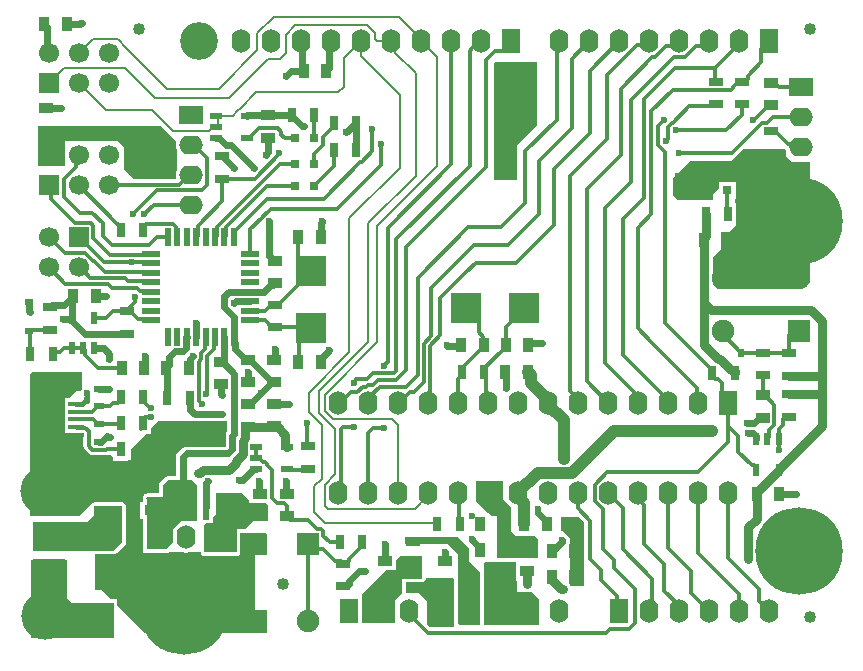
<source format=gtl>
G04*
G04 #@! TF.GenerationSoftware,Altium Limited,Altium Designer,20.1.11 (218)*
G04*
G04 Layer_Physical_Order=1*
G04 Layer_Color=255*
%FSLAX25Y25*%
%MOIN*%
G70*
G04*
G04 #@! TF.SameCoordinates,693C8C31-8EEC-4DF3-A6D9-A21B1C167F78*
G04*
G04*
G04 #@! TF.FilePolarity,Positive*
G04*
G01*
G75*
%ADD10C,0.00787*%
%ADD12C,0.01181*%
%ADD14R,0.02700X0.02200*%
%ADD15R,0.02200X0.02700*%
%ADD16R,0.05118X0.02756*%
%ADD17R,0.02756X0.05118*%
%ADD18R,0.07480X0.07480*%
%ADD19R,0.05512X0.06299*%
%ADD20R,0.05315X0.01575*%
%ADD21R,0.03543X0.02362*%
%ADD22R,0.10236X0.09843*%
%ADD23R,0.09843X0.10236*%
%ADD24R,0.04331X0.02362*%
%ADD25R,0.02362X0.04331*%
%ADD26R,0.02362X0.08661*%
%ADD27R,0.13780X0.08661*%
%ADD28R,0.05906X0.02165*%
%ADD29R,0.02165X0.05906*%
%ADD30R,0.10630X0.07874*%
%ADD31R,0.05118X0.03543*%
%ADD32R,0.03543X0.05118*%
%ADD33R,0.03150X0.03150*%
%ADD34R,0.06299X0.11811*%
%ADD59R,0.07480X0.07480*%
%ADD60C,0.07480*%
%ADD70C,0.04000*%
%ADD71C,0.02362*%
%ADD72C,0.03937*%
%ADD73C,0.03150*%
%ADD74C,0.01575*%
%ADD75O,0.06299X0.07874*%
%ADD76R,0.06299X0.07874*%
%ADD77R,0.06693X0.06693*%
%ADD78C,0.06693*%
%ADD79O,0.07874X0.06299*%
%ADD80R,0.07874X0.06299*%
G04:AMPARAMS|DCode=81|XSize=78.74mil|YSize=47.24mil|CornerRadius=11.81mil|HoleSize=0mil|Usage=FLASHONLY|Rotation=0.000|XOffset=0mil|YOffset=0mil|HoleType=Round|Shape=RoundedRectangle|*
%AMROUNDEDRECTD81*
21,1,0.07874,0.02362,0,0,0.0*
21,1,0.05512,0.04724,0,0,0.0*
1,1,0.02362,0.02756,-0.01181*
1,1,0.02362,-0.02756,-0.01181*
1,1,0.02362,-0.02756,0.01181*
1,1,0.02362,0.02756,0.01181*
%
%ADD81ROUNDEDRECTD81*%
%ADD82C,0.15748*%
%ADD83C,0.12598*%
%ADD84C,0.29134*%
%ADD85C,0.02362*%
G36*
X52462Y166632D02*
X52325Y165591D01*
X52474Y164460D01*
X52658Y164016D01*
Y157165D01*
X52474Y156721D01*
X52325Y155591D01*
X52459Y154570D01*
X52274Y154255D01*
X52094Y154070D01*
X38351D01*
X34941Y157480D01*
Y164370D01*
X35138Y164567D01*
X33071Y166634D01*
X15453D01*
X15256Y166437D01*
Y158563D01*
X6299D01*
Y171293D01*
X6398Y171752D01*
X47343D01*
X52462Y166632D01*
D02*
G37*
G36*
X172638Y172146D02*
X165945Y165453D01*
Y153740D01*
X158366D01*
Y192618D01*
X158563D01*
X159153Y193209D01*
X172638D01*
Y172146D01*
D02*
G37*
G36*
X255512Y163926D02*
Y161713D01*
X257480Y159744D01*
X263779D01*
Y119587D01*
X263287D01*
X261122Y117421D01*
X233071D01*
X231225Y119268D01*
Y123492D01*
X231240Y123606D01*
Y127991D01*
X234154Y130905D01*
Y136417D01*
X236614D01*
X238878Y138681D01*
X238878Y138681D01*
X238976Y138779D01*
X238976Y139140D01*
Y146260D01*
X238681D01*
Y147539D01*
X238878D01*
Y153051D01*
X233366D01*
Y151083D01*
X231496Y149213D01*
Y147186D01*
X231398Y147146D01*
X219783D01*
X218110Y148819D01*
Y154478D01*
X223770Y160138D01*
X237795D01*
Y160367D01*
X241405Y163976D01*
X255491D01*
X255512Y163926D01*
D02*
G37*
G36*
X59252Y52264D02*
X59252Y40256D01*
X54035D01*
X51181Y37402D01*
Y32972D01*
X49290Y31082D01*
X49016Y30807D01*
X48720Y30807D01*
X48720Y30807D01*
X48704Y30709D01*
X42618Y30709D01*
Y47539D01*
X42472Y47685D01*
X42663Y48147D01*
X47940D01*
Y52172D01*
X49705Y53937D01*
X57579D01*
X59252Y52264D01*
D02*
G37*
G36*
X34449Y45079D02*
X34449Y33041D01*
X31624Y30217D01*
X4823Y30217D01*
X4823Y39764D01*
X22835D01*
X25000Y41929D01*
Y45079D01*
X34449Y45079D01*
D02*
G37*
G36*
X76660Y47159D02*
Y46147D01*
X82298D01*
X82972Y45472D01*
Y39961D01*
X77953D01*
X75591Y37598D01*
X72539D01*
Y29667D01*
X72441Y29626D01*
X61713D01*
Y38583D01*
X62402Y39272D01*
X64567D01*
Y41437D01*
X65551Y42421D01*
Y49409D01*
X74410D01*
X76660Y47159D01*
D02*
G37*
G36*
X20965Y84229D02*
X20609Y83697D01*
X20563Y83465D01*
X19193D01*
X16823Y81094D01*
X15193D01*
Y77157D01*
Y74598D01*
Y72039D01*
Y69480D01*
X19054D01*
X19228Y69446D01*
X21315D01*
X21454Y69306D01*
Y65133D01*
X21591Y64442D01*
X21983Y63855D01*
X22539Y63299D01*
Y63189D01*
X22649D01*
X23180Y62658D01*
X23766Y62267D01*
X24458Y62129D01*
X29142D01*
X29348Y62170D01*
X30448D01*
X31299Y61319D01*
Y60236D01*
X36417D01*
Y60433D01*
X37402D01*
Y64075D01*
X42287Y68960D01*
X43899D01*
Y71065D01*
X46358Y73524D01*
X58288D01*
X58521Y73477D01*
X67618D01*
X67851Y73524D01*
X69193D01*
Y69844D01*
X68838Y69313D01*
X68655Y68391D01*
Y65105D01*
X56108D01*
X55186Y64922D01*
X54405Y64400D01*
X53021Y63016D01*
X52499Y62235D01*
X52316Y61313D01*
Y55141D01*
X49705D01*
X49244Y55050D01*
X48853Y54789D01*
X48853Y54789D01*
X47089Y53024D01*
X46828Y52633D01*
X46736Y52172D01*
X46736Y52172D01*
Y49352D01*
X42663D01*
X42203Y49260D01*
X41958Y49097D01*
X41812Y48999D01*
X41551Y48608D01*
X41360Y48146D01*
X41360Y48146D01*
X41268Y47685D01*
X41360Y47225D01*
X41414Y47143D01*
Y46572D01*
X40460D01*
Y40667D01*
X41414D01*
Y30709D01*
X41417Y30691D01*
Y29528D01*
X42502D01*
X42618Y29504D01*
X48704Y29504D01*
X48821Y29528D01*
X50079D01*
Y29667D01*
X54551D01*
X54618Y29639D01*
X55748Y29490D01*
X56879Y29639D01*
X56946Y29667D01*
X60508D01*
Y29626D01*
X60600Y29165D01*
X60861Y28774D01*
X61252Y28513D01*
X61713Y28422D01*
X72441D01*
X72902Y28513D01*
X73000Y28554D01*
X73391Y28815D01*
X73652Y29206D01*
X73744Y29667D01*
Y36122D01*
X82382D01*
X82579Y35704D01*
Y28740D01*
X79257D01*
X78839Y28740D01*
X78740Y28642D01*
X78839Y28543D01*
X78839Y28240D01*
Y10433D01*
X82480D01*
X82579Y10335D01*
Y2854D01*
X42028D01*
X32799Y12083D01*
Y12894D01*
X32731Y13236D01*
Y14016D01*
X32008D01*
X31594Y14098D01*
X30784D01*
X27756Y17126D01*
X25295D01*
Y29012D01*
X31624D01*
X31624Y29012D01*
X32085Y29104D01*
X32399Y29313D01*
X32631D01*
Y29520D01*
X35300Y32190D01*
X35300Y32190D01*
X35561Y32580D01*
X35653Y33041D01*
X35653Y33041D01*
X35653Y43978D01*
X35676Y44094D01*
X35653Y44211D01*
Y45079D01*
X35561Y45540D01*
X35300Y45930D01*
X34910Y46191D01*
X34449Y46283D01*
X34244D01*
X34189Y46320D01*
X33268Y46503D01*
X32346Y46320D01*
X32291Y46283D01*
X30729Y46283D01*
X30118Y46404D01*
X29507Y46283D01*
X25567Y46283D01*
X25197Y46654D01*
X24783Y46240D01*
X24539Y46191D01*
X24148Y45930D01*
X23887Y45540D01*
X23839Y45296D01*
X20472Y41929D01*
X3740D01*
Y88976D01*
X4528Y89764D01*
X20965D01*
X20965Y84229D01*
D02*
G37*
G36*
X161221Y47343D02*
X163976Y44587D01*
Y36614D01*
X165453Y35138D01*
X171949D01*
X173031Y34055D01*
X172933Y33957D01*
Y27657D01*
X165438D01*
X165347Y27670D01*
X165266Y27665D01*
X165186Y27681D01*
X164982D01*
X164370Y27802D01*
X163759Y27681D01*
X160648Y27681D01*
X160531Y27704D01*
X160415Y27681D01*
X159350Y27681D01*
Y41732D01*
X157579D01*
X156673Y42639D01*
Y42840D01*
X156471D01*
X152461Y46850D01*
X152461Y53347D01*
X161221D01*
Y47343D01*
D02*
G37*
G36*
X188484Y39571D02*
Y18446D01*
X188386Y18406D01*
X183893D01*
X183739Y18779D01*
X183563Y19008D01*
X183563Y34547D01*
X182896Y35214D01*
X182703Y35503D01*
X182414Y35696D01*
X181201Y36909D01*
X181161D01*
X180807Y37263D01*
X180807Y40937D01*
X180807Y41437D01*
X180807Y41437D01*
X186619D01*
X188484Y39571D01*
D02*
G37*
G36*
X134350Y28346D02*
Y20819D01*
X127660D01*
Y16046D01*
X125295Y13681D01*
Y6102D01*
X114331D01*
Y15118D01*
X114271D01*
X114271Y15748D01*
X122211Y23687D01*
X125740D01*
Y27217D01*
X126870Y28347D01*
X134350Y28346D01*
D02*
G37*
G36*
X165186Y26476D02*
X165660Y26413D01*
Y20507D01*
X165690D01*
X166043Y20154D01*
X166043Y16437D01*
X168604Y16437D01*
X168670Y16409D01*
X169390Y16315D01*
X170109Y16409D01*
X170176Y16437D01*
X170965D01*
X173228Y14173D01*
Y5413D01*
X155413D01*
X155315Y5512D01*
X155020D01*
Y25976D01*
X155174Y26277D01*
X155373Y26476D01*
X165186Y26476D01*
D02*
G37*
G36*
X149902Y31201D02*
Y26870D01*
X153642Y23130D01*
Y5315D01*
X146916D01*
X146457Y5774D01*
X146457Y29036D01*
X143110Y32382D01*
X128839Y32382D01*
X128839Y34646D01*
X146457D01*
X149902Y31201D01*
D02*
G37*
G36*
X144980Y20750D02*
Y4921D01*
X136846D01*
X135925Y5842D01*
Y13287D01*
X133268Y15945D01*
X128947D01*
X128864Y16046D01*
X128864Y16046D01*
Y19615D01*
X134350D01*
X134811Y19706D01*
X135202Y19967D01*
X135463Y20358D01*
X135555Y20819D01*
Y20965D01*
X144488D01*
X144544Y21021D01*
X144980Y20750D01*
D02*
G37*
G36*
X16142Y14359D02*
X17607Y12894D01*
X31594Y12894D01*
X31594Y984D01*
X4134Y984D01*
X4134Y27264D01*
X16142Y27264D01*
X16142Y14359D01*
D02*
G37*
D10*
X33727Y200052D02*
G03*
X32875Y200724I-3294J-3294D01*
G01*
X34776Y198724D02*
G03*
X33727Y200052I-6185J-3808D01*
G01*
X110039Y140945D02*
X127000Y157905D01*
X96555Y76364D02*
Y82836D01*
X110039Y96320D02*
Y140945D01*
X96555Y82836D02*
X110039Y96320D01*
X98500Y43134D02*
Y51650D01*
X100886Y54035D01*
Y72033D01*
X98500Y43134D02*
X102134Y39500D01*
X138960D02*
X139360Y39100D01*
X102134Y39500D02*
X138960D01*
X127000Y157905D02*
Y182153D01*
X114170Y194983D02*
X127000Y182153D01*
X79000Y183000D02*
X106500D01*
X108359Y184859D02*
Y194359D01*
X106500Y183000D02*
X108359Y184859D01*
X73602Y177602D02*
X79000Y183000D01*
X44500Y177000D02*
X51500Y170000D01*
X63005D01*
X63127Y170122D02*
X63420D01*
X64798Y171500D01*
X63005Y170000D02*
X63127Y170122D01*
X65782Y171500D02*
X66500Y172218D01*
X65782Y175240D02*
X66500Y174522D01*
Y172218D02*
Y174522D01*
X64798Y171500D02*
X65782D01*
X29000Y177000D02*
X44500D01*
X20000Y186000D02*
X29000Y177000D01*
X49400Y184100D02*
X66600D01*
X79500Y197000D02*
Y202690D01*
X66600Y184100D02*
X79500Y197000D01*
Y202690D02*
X84878Y208068D01*
X45500Y181000D02*
X70000D01*
X83000Y194000D02*
X87000D01*
X70000Y181000D02*
X83000Y194000D01*
X87000D02*
X89000Y196000D01*
Y202190D01*
X65782Y175240D02*
X71240D01*
X72672Y176672D01*
Y176910D02*
X73364Y177602D01*
X73602D01*
X72672Y176672D02*
Y176910D01*
X34776Y198724D02*
X34776D01*
X49400Y184100D01*
X35500Y191000D02*
X45500Y181000D01*
X15000Y191000D02*
X35500D01*
X114170Y194983D02*
Y199830D01*
X108359Y194359D02*
X114000Y200000D01*
Y200000D02*
X114170Y199830D01*
X114000Y200000D02*
Y200000D01*
X96555Y76364D02*
X100886Y72033D01*
X132283Y155217D02*
Y189272D01*
X124000Y197828D02*
Y200000D01*
Y197828D02*
X125470Y196358D01*
Y196085D02*
Y196358D01*
Y196085D02*
X132283Y189272D01*
X116437Y139370D02*
X132283Y155217D01*
X116437Y99934D02*
Y139370D01*
X99980Y83477D02*
X116437Y99934D01*
X119488Y138583D02*
X139272Y158366D01*
X134000Y200000D02*
X139272Y194728D01*
Y158366D02*
Y194728D01*
X119488Y99702D02*
Y138583D01*
X101949Y82163D02*
X119488Y99702D01*
X101868Y45180D02*
Y52234D01*
X131949Y44185D02*
X136476Y48713D01*
X101868Y45180D02*
X102864Y44185D01*
X131949D01*
X105315Y55681D02*
Y70687D01*
X101868Y52234D02*
X105315Y55681D01*
X101368Y74634D02*
X105315Y70687D01*
X102868Y75918D02*
X104601Y74185D01*
X118352D01*
X101368Y74634D02*
Y74634D01*
X99980Y76023D02*
X101368Y74634D01*
X101949Y76838D02*
Y82163D01*
Y76838D02*
X102868Y75918D01*
Y75918D02*
Y75918D01*
X24724Y200724D02*
X32875D01*
X10000Y186000D02*
X15000Y191000D01*
X119219Y200000D02*
X124000D01*
X118528Y200692D02*
X119219Y200000D01*
X118528Y200692D02*
Y202663D01*
X115875Y205315D02*
X118528Y202663D01*
X92125Y205315D02*
X115875D01*
X89000Y202190D02*
X92125Y205315D01*
X99980Y76023D02*
Y83477D01*
X126719Y208068D02*
X134000Y200787D01*
X84878Y208068D02*
X126719D01*
X20000Y196000D02*
X24724Y200724D01*
X118367Y74200D02*
X124300D01*
X118352Y74185D02*
X118367Y74200D01*
X124300D02*
X126300Y72200D01*
Y49676D02*
Y72200D01*
Y49676D02*
X126476Y49500D01*
X136476Y48713D02*
Y49500D01*
D12*
X226181Y56299D02*
X236476Y66594D01*
Y71827D02*
Y79500D01*
Y66594D02*
Y71827D01*
X196085Y56299D02*
X226181D01*
X239764Y63178D02*
X244185Y58757D01*
X236441Y71827D02*
X239764Y68504D01*
X236441Y71827D02*
Y71874D01*
X239764Y63178D02*
Y68504D01*
X245760Y57182D02*
Y58166D01*
X245169Y58757D02*
X245760Y58166D01*
X244185Y58757D02*
X245169D01*
X129035Y131398D02*
X155610Y157972D01*
Y193610D02*
X158653Y196653D01*
X155610Y157972D02*
Y193610D01*
X132874Y121260D02*
X149606Y137992D01*
X160827D02*
X168799Y145965D01*
X149606Y137992D02*
X160827D01*
X137402Y117913D02*
X151575Y132087D01*
X162894D02*
X173327Y142520D01*
X151575Y132087D02*
X162894D01*
X132874Y88674D02*
Y121260D01*
X179331Y199331D02*
X180000Y200000D01*
X168799Y163386D02*
X179331Y173917D01*
Y199331D01*
X168799Y145965D02*
Y163386D01*
X173327Y142520D02*
Y160138D01*
X184252Y171063D01*
Y194252D01*
X178347Y138779D02*
Y157382D01*
X190256Y169291D01*
Y190256D01*
X165806Y126239D02*
X178347Y138779D01*
X183661Y83454D02*
Y155020D01*
X196063Y167421D02*
Y188681D01*
X183661Y155020D02*
X196063Y167421D01*
X186476Y79500D02*
Y80639D01*
X183661Y83454D02*
X186476Y80639D01*
X184252Y194252D02*
X190000Y200000D01*
X190256Y190256D02*
X200000Y200000D01*
X121800Y91900D02*
Y92049D01*
X122933Y93182D01*
Y137894D01*
X111700Y86200D02*
Y86520D01*
X112392Y87212D01*
Y87300D01*
X116100D01*
X118100Y89300D01*
X125095D01*
X206201Y104527D02*
Y137697D01*
Y104527D02*
X210827Y99902D01*
Y142323D02*
Y176673D01*
X206201Y137697D02*
X210827Y142323D01*
X201181Y95583D02*
X216476Y80287D01*
X201181Y140847D02*
X208268Y147933D01*
X201181Y95583D02*
Y140847D01*
X195276Y92815D02*
X206476Y81614D01*
X195276Y144488D02*
X203937Y153150D01*
Y180413D01*
X195276Y92815D02*
Y144488D01*
X189272Y86705D02*
Y150787D01*
X200591Y162106D02*
Y184252D01*
X189272Y150787D02*
X200591Y162106D01*
X148998Y123031D02*
X152206Y126239D01*
X165806D01*
X148998Y123031D02*
X148998D01*
X137402Y101785D02*
Y117913D01*
X140354Y114388D02*
X148998Y123031D01*
X215496Y106145D02*
X231160Y90481D01*
X213091Y165574D02*
X215496Y163169D01*
Y106145D02*
Y163169D01*
X210827Y176673D02*
X217938Y183784D01*
X215158Y173914D02*
Y173917D01*
X213091Y171847D02*
X215158Y173914D01*
X213091Y165574D02*
Y171847D01*
X210827Y99803D02*
Y99902D01*
X208268Y147933D02*
Y180610D01*
X216476Y79500D02*
Y80287D01*
X206476Y79500D02*
Y81614D01*
X203937Y180413D02*
X218209Y194685D01*
X200591Y184252D02*
X211024Y194685D01*
X196063Y188681D02*
X205998Y198617D01*
X189272Y86705D02*
X196476Y79500D01*
X211024Y194685D02*
X211875D01*
X215698Y198507D01*
X218508D01*
X208617Y198617D02*
X210000Y200000D01*
X205998Y198617D02*
X208617D01*
X122933Y137894D02*
X144000Y158961D01*
Y200000D01*
X125787Y89992D02*
Y134055D01*
X150295Y158563D02*
Y196936D01*
X125787Y134055D02*
X150295Y158563D01*
X125095Y89300D02*
X125787Y89992D01*
X125825Y87246D02*
X129035Y90456D01*
X119762Y87246D02*
X125825D01*
X129035Y90456D02*
Y131398D01*
X150987Y197628D02*
X151030D01*
X153402Y200000D02*
X154000D01*
X151030Y197628D02*
X153402Y200000D01*
X150295Y196936D02*
X150987Y197628D01*
X158653Y196653D02*
X161441D01*
X218209Y194685D02*
X221875D01*
X218657Y191000D02*
X232000D01*
X208268Y180610D02*
X218657Y191000D01*
X239819Y186540D02*
X242181D01*
X238000Y184476D02*
Y184721D01*
X237308Y183784D02*
X238000Y184476D01*
X217938Y183784D02*
X237308D01*
X210827Y99803D02*
X226113Y84517D01*
X218012Y172933D02*
X223379Y178300D01*
X217838Y172933D02*
X218012D01*
X216339Y171434D02*
X217838Y172933D01*
X223379Y178300D02*
X231640D01*
X216339Y167323D02*
Y171434D01*
X215650Y166634D02*
X216339Y167323D01*
X219882Y162894D02*
X237768D01*
X226113Y79863D02*
X226476Y79500D01*
X226113Y79863D02*
Y84517D01*
X231160Y89300D02*
Y90481D01*
X137000Y98600D02*
X140354Y101954D01*
Y114388D01*
X134843Y99226D02*
X137402Y101785D01*
X131539Y83249D02*
X134843Y86553D01*
Y99226D01*
X129100Y84900D02*
X132874Y88674D01*
X120571Y158858D02*
Y165748D01*
X105905Y144193D02*
X120571Y158858D01*
X84055Y144193D02*
X105905D01*
X117815Y163289D02*
Y170669D01*
X114194Y159669D02*
X117815Y163289D01*
X90381Y40479D02*
X96232D01*
X99197Y37513D01*
X100669D02*
X101476Y36706D01*
Y35234D02*
Y36706D01*
Y35234D02*
X103710Y33000D01*
X99197Y37513D02*
X100669D01*
X59941Y80118D02*
X61024Y79035D01*
X59941Y80118D02*
Y93231D01*
X62500Y82579D02*
X62697Y82776D01*
X59941Y93231D02*
X60728Y94019D01*
X62697Y82776D02*
Y95216D01*
X64862Y97382D01*
X60728Y96032D02*
X62152Y97456D01*
X60728Y94019D02*
Y96032D01*
X236024Y142913D02*
X236417Y142520D01*
X236024Y150197D02*
X236122Y150295D01*
X236024Y142913D02*
Y150197D01*
X232405Y103342D02*
X233608D01*
X256700Y102047D02*
X257995Y103342D01*
X256700Y96040D02*
Y102047D01*
X240700Y96000D02*
Y96250D01*
X233608Y103342D02*
X240700Y96250D01*
X247950Y96090D02*
X256650D01*
X247900Y96140D02*
X247950Y96090D01*
X256650D02*
X256700Y96040D01*
X234283Y81693D02*
Y86177D01*
X233128Y87331D02*
X234283Y86177D01*
X231947Y87331D02*
X233128D01*
X230658Y88621D02*
X231947Y87331D01*
X234283Y81693D02*
X236476Y79500D01*
X26800Y78294D02*
X30343D01*
X19031Y76567D02*
X24482D01*
X26209Y78294D02*
X26800D01*
X24482Y76567D02*
X26209Y78294D01*
X19031Y74008D02*
X24602D01*
X26209Y72400D01*
X33560D01*
X96161Y65158D02*
X96358Y64961D01*
X96161Y65158D02*
Y72835D01*
X107283Y50307D02*
Y70784D01*
X106476Y49500D02*
X107283Y50307D01*
Y70784D02*
X108100Y71600D01*
X186221Y44390D02*
Y49244D01*
X190354Y27461D02*
Y40256D01*
X186221Y44390D02*
X190354Y40256D01*
X191949Y46811D02*
X194783Y43977D01*
Y30709D02*
X198327Y27165D01*
X194783Y30709D02*
Y43977D01*
X196476Y49500D02*
X201378Y44598D01*
Y30610D02*
X211122Y20866D01*
X201378Y30610D02*
Y44598D01*
X208465Y32283D02*
X215059Y25689D01*
X206476Y47450D02*
Y49500D01*
Y47450D02*
X208465Y45462D01*
Y32283D02*
Y45462D01*
X219331Y10240D02*
Y12657D01*
X215059Y16929D02*
Y25689D01*
Y16929D02*
X219331Y12657D01*
X224058Y15943D02*
Y23482D01*
X216476Y31063D02*
Y49500D01*
Y31063D02*
X224058Y23482D01*
Y15943D02*
X230000Y10000D01*
X226476Y29429D02*
X240000Y15905D01*
X226476Y29429D02*
Y49500D01*
X236476Y27697D02*
X246779Y17394D01*
X236476Y27697D02*
Y49500D01*
X250000Y10000D02*
Y10328D01*
X246779Y13548D02*
X250000Y10328D01*
X246779Y13548D02*
Y17394D01*
X210000Y10000D02*
X210979Y10979D01*
Y15313D01*
X211122Y15455D01*
X193996Y20441D02*
X199420Y15017D01*
X193996Y20441D02*
Y23819D01*
X199420Y10580D02*
X200000Y10000D01*
X199420Y10580D02*
Y15017D01*
X198327Y24409D02*
X205217Y17520D01*
X198327Y24409D02*
Y27165D01*
X195754Y2900D02*
X197050Y4196D01*
X203231D01*
X205217Y6181D01*
Y17520D01*
X190354Y27461D02*
X193996Y23819D01*
X211122Y15455D02*
Y20866D01*
X186221Y49244D02*
X186476Y49500D01*
X191949Y52163D02*
X196085Y56299D01*
X136313Y2900D02*
X195754D01*
X191949Y46811D02*
Y52163D01*
X240000Y10000D02*
Y15905D01*
X15276Y129394D02*
X22086D01*
X28756Y123130D02*
X43799D01*
X25045Y126841D02*
X28756Y123130D01*
X24640Y126841D02*
X25045D01*
X22086Y129394D02*
X24640Y126841D01*
X29823Y119193D02*
X31102Y117913D01*
X15477Y119193D02*
X29823D01*
X39187Y117913D02*
X40240Y116860D01*
X31102Y117913D02*
X39187D01*
X24213Y142913D02*
X27854Y139272D01*
X20276Y142913D02*
X24213D01*
X15100Y148089D02*
X20276Y142913D01*
X15100Y148089D02*
Y154000D01*
X27854Y135138D02*
Y139272D01*
Y135138D02*
X30992Y132000D01*
X43334D01*
X20000Y152000D02*
X20000D01*
X32831Y139169D01*
X33132D01*
X33920Y138381D01*
Y137200D02*
Y138381D01*
X59547Y135138D02*
Y138501D01*
X67700Y146653D02*
Y154260D01*
X59055Y134646D02*
X59547Y135138D01*
Y138501D02*
X67700Y146653D01*
X82521Y142659D02*
X84055Y144193D01*
X101302Y165554D02*
Y168253D01*
X98350Y159000D02*
Y162602D01*
X101302Y165554D01*
Y168253D02*
X103881Y170832D01*
X104072D01*
X104860Y171619D01*
Y172800D01*
X98450Y151900D02*
X104960Y158410D01*
X82776Y147539D02*
X101575D01*
X113704Y159669D02*
X114194D01*
X101575Y147539D02*
X113704Y159669D01*
X72244Y137008D02*
X82776Y147539D01*
X71653Y136516D02*
X72146Y137008D01*
X71653Y134646D02*
Y136516D01*
X72146Y137008D02*
X72244D01*
X65847Y137972D02*
X86874Y159000D01*
X68996Y135138D02*
Y138080D01*
X65847Y135138D02*
Y137972D01*
X82816Y151900D02*
X92150D01*
X68996Y138080D02*
X82816Y151900D01*
X86874Y159000D02*
X92050D01*
X77165Y129134D02*
Y137303D01*
X80941Y141079D01*
Y141160D02*
X82440Y142659D01*
X82521D01*
X80941Y141079D02*
Y141160D01*
X82677Y58760D02*
X84337Y57100D01*
X82677Y58760D02*
Y59035D01*
X84337Y47724D02*
Y57100D01*
X81870Y59842D02*
X82677Y59035D01*
X81299Y59842D02*
X81870D01*
X78682Y61000D02*
X80142D01*
X81299Y59842D01*
X79134Y61024D02*
Y64764D01*
X37795Y126279D02*
X43799D01*
X28390D02*
X37795D01*
X45987Y150295D02*
X61021D01*
X57480Y165591D02*
X58268D01*
X62795Y161063D01*
Y152070D02*
Y161063D01*
X61021Y150295D02*
X62795Y152070D01*
X38091Y142399D02*
X45987Y150295D01*
X30000Y152000D02*
X30264Y152264D01*
X56693Y155591D02*
X57480D01*
X38091Y142323D02*
Y142399D01*
X30264Y152264D02*
X53366D01*
X56693Y155591D01*
X43799Y126279D02*
X44094Y125984D01*
X30380Y128839D02*
X43799D01*
X24724Y134495D02*
X30380Y128839D01*
X43799D02*
X44094Y129134D01*
X20221Y124670D02*
X23730Y121161D01*
X10000Y124670D02*
X15477Y119193D01*
X20000Y124670D02*
X20221D01*
X23730Y121161D02*
X35236D01*
X43799Y123130D02*
X44094Y122835D01*
X35236Y121161D02*
X36220Y120177D01*
X43602D01*
X44902Y145591D02*
X57480D01*
X41732Y142421D02*
X44902Y145591D01*
X38780Y113066D02*
Y114665D01*
X35827Y110113D02*
X38780Y113066D01*
X29142Y63935D02*
X29183Y63976D01*
X19228Y71252D02*
X22063D01*
X23260Y70055D01*
X24458Y63935D02*
X29142D01*
X29183Y63976D02*
X33858D01*
X19031Y71449D02*
X19228Y71252D01*
X23260Y65133D02*
Y70055D01*
Y65133D02*
X24458Y63935D01*
X235774Y170374D02*
X241000Y175600D01*
X218898Y170374D02*
X235774D01*
X237768Y162894D02*
X247670Y172796D01*
X231640Y178300D02*
X232400Y179060D01*
X20000Y134670D02*
X28390Y126279D01*
X35827Y110113D02*
X35900Y110040D01*
X78548Y154260D02*
X86700Y162412D01*
X67700Y154260D02*
X78548D01*
X86700Y162412D02*
Y162800D01*
X147660Y90981D02*
X154750Y98071D01*
X148954Y111000D02*
X153285Y106669D01*
Y103005D02*
Y106669D01*
Y103005D02*
X154750Y101539D01*
Y98071D02*
Y101539D01*
X147660Y89800D02*
Y90981D01*
X146476Y79500D02*
Y87435D01*
X147660Y88619D01*
Y89800D01*
X232000Y186940D02*
X232400Y186540D01*
X232000Y186940D02*
Y191000D01*
X240000Y199000D02*
Y200000D01*
X232000Y191000D02*
X240000Y199000D01*
X218508Y198507D02*
X220000Y200000D01*
X247900Y81940D02*
Y88660D01*
Y81940D02*
X248687D01*
X249500Y67418D02*
X250091Y68009D01*
Y70371D01*
X253240Y70737D02*
X254731Y72228D01*
Y74072D01*
X248687Y81940D02*
X251837Y78790D01*
X253240Y67418D02*
Y70737D01*
X254731Y74072D02*
X255519Y74860D01*
X250091Y70371D02*
X251837Y72117D01*
Y78790D01*
X255519Y74860D02*
X256700D01*
X24724Y134495D02*
Y138587D01*
X23917Y139394D02*
X24724Y138587D01*
X18806Y139394D02*
X23917D01*
X10626Y147574D02*
X18806Y139394D01*
X19112Y158012D02*
Y161112D01*
X20000Y162000D01*
X15100Y154000D02*
X19112Y158012D01*
X40240Y116860D02*
X43770D01*
X44094Y116535D01*
X43602Y120177D02*
X44094Y119685D01*
X84337Y47724D02*
X86070Y45990D01*
X88413D02*
X89200Y45203D01*
X86070Y45990D02*
X88413D01*
X10000Y152000D02*
X10626Y151374D01*
Y147574D02*
Y151374D01*
X45980Y134646D02*
X49606D01*
X43334Y132000D02*
X45980Y134646D01*
X13698Y96498D02*
X14900Y97700D01*
X11240Y95800D02*
X11938Y96498D01*
X21300Y97682D02*
X21891Y97091D01*
X17542Y97700D02*
X17560Y97682D01*
X21891Y95536D02*
Y97091D01*
X14900Y97700D02*
X17542D01*
X21891Y95536D02*
X26427Y91000D01*
X11938Y96498D02*
X13698D01*
X26427Y91000D02*
X34300D01*
X96358Y32395D02*
X97939Y30815D01*
X107313Y26628D02*
X108100Y25840D01*
X97939Y30815D02*
X101178D01*
X105365Y26628D02*
X107313D01*
X101178Y30815D02*
X105365Y26628D01*
X96358Y6805D02*
Y32395D01*
X64862Y97382D02*
Y101083D01*
X65354Y101575D01*
X62152Y97456D02*
Y101522D01*
X62205Y101575D01*
X43982Y74669D02*
X44000Y74650D01*
X41340Y80119D02*
Y81300D01*
Y80119D02*
X43433Y78026D01*
X43774D01*
X44000Y77800D01*
X41340Y72700D02*
Y73881D01*
X42128Y74669D01*
X43982D01*
X33560Y72400D02*
X33860Y72700D01*
X3250Y103400D02*
X3450D01*
X3760Y95800D02*
Y102891D01*
X3250Y103400D02*
X3760Y102891D01*
X3200Y103400D02*
X3250D01*
X17560Y97682D02*
X21300D01*
X95780Y57240D02*
X95800Y57220D01*
X88938Y57240D02*
X95780D01*
X88918Y57260D02*
X88938Y57240D01*
X3970Y103920D02*
X10400D01*
X3450Y103400D02*
X3970Y103920D01*
X104960Y158410D02*
Y163800D01*
X98350Y167700D02*
X98395Y167745D01*
Y175555D01*
X98440Y175600D01*
X88704Y167700D02*
X92050D01*
X87467Y168937D02*
X88704Y167700D01*
X87467Y168937D02*
Y169772D01*
X86230Y171010D02*
X87467Y169772D01*
X79952Y171010D02*
X86230D01*
X77002Y168060D02*
X79952Y171010D01*
X76018Y168060D02*
X77002D01*
X241000Y175600D02*
Y179060D01*
X221875Y194685D02*
X225548Y198357D01*
X228358D01*
X130000Y9213D02*
Y10000D01*
Y9213D02*
X136313Y2900D01*
X137000Y80024D02*
Y98600D01*
X136476Y79500D02*
X137000Y80024D01*
X161441Y196653D02*
X164000Y199213D01*
Y200000D01*
X114601Y84815D02*
X115696D01*
X116212Y85331D02*
X117848D01*
X119762Y87246D01*
X115696Y84815D02*
X116212Y85331D01*
X253220Y63780D02*
X253300Y63700D01*
X253220Y67398D02*
X253240Y67418D01*
X253220Y63780D02*
Y67398D01*
X251246Y174646D02*
X260630D01*
X249396Y172796D02*
X251246Y174646D01*
X247670Y172796D02*
X249396D01*
X244800Y173800D02*
X245053D01*
X250013Y178760D01*
X250800D01*
X120200Y84900D02*
X129100D01*
X116476Y79500D02*
Y81176D01*
X120200Y84900D01*
X118000Y71200D02*
X121800D01*
X116400Y68600D02*
Y69600D01*
X118000Y71200D01*
X116400Y68600D02*
X116476Y68524D01*
Y49500D02*
Y68524D01*
X108100Y71600D02*
X111600D01*
X106476Y79500D02*
X107074D01*
X110615Y83041D01*
X112827D01*
X114601Y84815D01*
X130474Y83249D02*
X131539D01*
X126476Y79500D02*
X126725D01*
X130474Y83249D01*
X228358Y198357D02*
X230000Y200000D01*
X93260Y100871D02*
X97049Y104660D01*
X93260Y93000D02*
Y100871D01*
X93160Y127643D02*
Y134900D01*
Y127643D02*
X97203Y123600D01*
X40553Y70732D02*
X41340Y71519D01*
Y72700D01*
X85200Y104660D02*
X97049D01*
X77165Y107087D02*
X81890D01*
X83232Y105745D01*
Y105447D02*
Y105745D01*
Y105447D02*
X84019Y104660D01*
X85200D01*
Y112140D02*
X86381D01*
X92872Y118631D01*
Y119269D01*
X97203Y123600D01*
X77165Y110236D02*
X82115D01*
X84019Y112140D01*
X85200D01*
X68504Y134646D02*
X68996Y135138D01*
X65354Y134646D02*
X65847Y135138D01*
X42187Y138976D02*
X51260D01*
X52264Y135138D02*
X52756Y134646D01*
X41400Y137200D02*
Y138189D01*
X52264Y135138D02*
Y137972D01*
X51260Y138976D02*
X52264Y137972D01*
X41400Y138189D02*
X42187Y138976D01*
X10000Y134670D02*
X15276Y129394D01*
X31236Y110040D02*
X35900D01*
X29114Y107918D02*
X31236Y110040D01*
X25040Y107918D02*
X29114D01*
X35900Y110040D02*
X37081D01*
X39542Y107579D01*
X43602D01*
X44094Y107087D01*
X30343Y78294D02*
X31380Y79331D01*
X33072D01*
X33860Y80119D01*
Y81300D01*
X89200Y41660D02*
Y45203D01*
X103710Y33000D02*
X106860D01*
X89200Y41660D02*
X90381Y40479D01*
X114340Y31819D02*
Y33000D01*
X110069Y27547D02*
X114340Y31819D01*
X110069Y26628D02*
Y27547D01*
X109281Y25840D02*
X110069Y26628D01*
X108100Y25840D02*
X109281D01*
X247830Y96070D02*
X247900Y96140D01*
X240770Y96070D02*
X247830D01*
X240700Y96000D02*
X240770Y96070D01*
X253182Y184646D02*
X260630D01*
X251587Y186240D02*
X253182Y184646D01*
X250800Y186240D02*
X251587D01*
X250800Y170040D02*
X251981D01*
X256396Y165625D01*
X259651D01*
X260630Y164646D01*
X162320Y97913D02*
Y98700D01*
X155140Y90981D02*
X160890Y96732D01*
X162320Y104877D02*
X168246Y110803D01*
X160890Y96732D02*
X161139D01*
X162320Y98700D02*
Y104877D01*
X161139Y96732D02*
X162320Y97913D01*
X168246Y110803D02*
Y111000D01*
X146476Y49500D02*
X146658Y49318D01*
Y39282D02*
Y49318D01*
Y39282D02*
X146840Y39100D01*
X242181Y186540D02*
X242969Y187328D01*
Y188509D01*
X247441Y192981D01*
Y197441D01*
X250000Y200000D01*
X238000Y184721D02*
X239819Y186540D01*
X155140Y89800D02*
Y90981D01*
X155808Y80168D02*
X156476Y79500D01*
X155808Y80168D02*
Y89132D01*
X155140Y89800D02*
X155808Y89132D01*
D14*
X3200Y103400D02*
D03*
Y113000D02*
D03*
D15*
X231100Y96000D02*
D03*
X240700D02*
D03*
D16*
X131400Y18260D02*
D03*
Y25740D02*
D03*
Y33240D02*
D03*
Y25760D02*
D03*
X247900Y88660D02*
D03*
Y96140D02*
D03*
X96358Y57480D02*
D03*
Y64961D02*
D03*
X256700Y82340D02*
D03*
Y74860D02*
D03*
X108100Y25840D02*
D03*
Y18360D02*
D03*
X256700Y88560D02*
D03*
Y96040D02*
D03*
X10400Y103920D02*
D03*
Y111400D02*
D03*
X250800Y162560D02*
D03*
Y170040D02*
D03*
X232400Y186540D02*
D03*
Y179060D02*
D03*
X241000Y186540D02*
D03*
Y179060D02*
D03*
X85200Y104660D02*
D03*
Y112140D02*
D03*
X35900Y110040D02*
D03*
Y102560D02*
D03*
X67700Y154260D02*
D03*
Y161740D02*
D03*
D17*
X49460Y81200D02*
D03*
X56940D02*
D03*
X114340Y33000D02*
D03*
X106860D02*
D03*
X3760Y95800D02*
D03*
X11240D02*
D03*
X236417Y142520D02*
D03*
X228937D02*
D03*
X155140Y89800D02*
D03*
X147660D02*
D03*
X90960Y175600D02*
D03*
X98440D02*
D03*
X231160Y89300D02*
D03*
X238640D02*
D03*
X146840Y39100D02*
D03*
X139360D02*
D03*
X33858Y63976D02*
D03*
X41339D02*
D03*
X41340Y72700D02*
D03*
X33860D02*
D03*
Y81300D02*
D03*
X41340D02*
D03*
X41400Y137200D02*
D03*
X33920D02*
D03*
X104960Y163800D02*
D03*
X112440D02*
D03*
X104860Y172800D02*
D03*
X112340D02*
D03*
D18*
X8500Y78732D02*
D03*
Y69283D02*
D03*
X96358Y32395D02*
D03*
D19*
X18146Y61409D02*
D03*
Y86606D02*
D03*
D20*
X19031Y68890D02*
D03*
Y71449D02*
D03*
Y74008D02*
D03*
Y76567D02*
D03*
Y79126D02*
D03*
D21*
X26800Y66495D02*
D03*
Y72400D02*
D03*
Y84200D02*
D03*
Y78294D02*
D03*
D22*
X97400Y104309D02*
D03*
Y123600D02*
D03*
D23*
X168246Y111000D02*
D03*
X148954D02*
D03*
D24*
X89370Y57284D02*
D03*
Y64764D02*
D03*
X79134Y57284D02*
D03*
Y61024D02*
D03*
Y64764D02*
D03*
X65782Y175240D02*
D03*
Y171500D02*
D03*
Y167760D02*
D03*
X76018Y175240D02*
D03*
Y167760D02*
D03*
D25*
X253240Y67418D02*
D03*
X249500D02*
D03*
X245760D02*
D03*
X253240Y57182D02*
D03*
X245760D02*
D03*
X17560Y97682D02*
D03*
X21300D02*
D03*
X25040D02*
D03*
X17560Y107918D02*
D03*
X25040D02*
D03*
D26*
X52205Y44783D02*
D03*
X57205D02*
D03*
X62205D02*
D03*
X67205D02*
D03*
X72205D02*
D03*
D27*
X62205Y69193D02*
D03*
D28*
X77165Y107087D02*
D03*
Y110236D02*
D03*
Y113386D02*
D03*
Y116535D02*
D03*
Y119685D02*
D03*
Y122835D02*
D03*
Y125984D02*
D03*
Y129134D02*
D03*
X44094D02*
D03*
Y125984D02*
D03*
Y122835D02*
D03*
Y119685D02*
D03*
Y116535D02*
D03*
Y113386D02*
D03*
Y110236D02*
D03*
Y107087D02*
D03*
D29*
X71653Y134646D02*
D03*
X68504D02*
D03*
X65354D02*
D03*
X62205D02*
D03*
X59055D02*
D03*
X55905D02*
D03*
X52756D02*
D03*
X49606D02*
D03*
Y101575D02*
D03*
X52756D02*
D03*
X55905D02*
D03*
X59055D02*
D03*
X62205D02*
D03*
X65354D02*
D03*
X68504D02*
D03*
X71653D02*
D03*
D30*
X10100Y23302D02*
D03*
Y35900D02*
D03*
D31*
X169400Y23460D02*
D03*
Y30940D02*
D03*
X76300Y71560D02*
D03*
Y79040D02*
D03*
X89200Y49140D02*
D03*
Y41660D02*
D03*
X247900Y74460D02*
D03*
Y81940D02*
D03*
X85100Y79100D02*
D03*
Y71620D02*
D03*
X83100Y167860D02*
D03*
Y175340D02*
D03*
X44200Y43620D02*
D03*
Y51100D02*
D03*
X142100Y26640D02*
D03*
Y19160D02*
D03*
X122000Y26640D02*
D03*
Y19160D02*
D03*
X80400Y41620D02*
D03*
Y49100D02*
D03*
X250800Y186240D02*
D03*
Y178760D02*
D03*
X9100Y177740D02*
D03*
Y170260D02*
D03*
X67224Y85728D02*
D03*
Y93209D02*
D03*
X85200Y126840D02*
D03*
Y119360D02*
D03*
X76378Y86417D02*
D03*
Y93898D02*
D03*
X85100Y86320D02*
D03*
Y93800D02*
D03*
D32*
X177560Y21300D02*
D03*
X185040D02*
D03*
X228460Y133800D02*
D03*
X235940D02*
D03*
X41780Y91000D02*
D03*
X34300D02*
D03*
X25540Y115100D02*
D03*
X18060D02*
D03*
X253340Y49000D02*
D03*
X245860D02*
D03*
X162320Y98700D02*
D03*
X169800D02*
D03*
X147420D02*
D03*
X154900D02*
D03*
X175980Y39100D02*
D03*
X168500D02*
D03*
X153720D02*
D03*
X161200D02*
D03*
X161200Y30300D02*
D03*
X153720D02*
D03*
X94960Y190200D02*
D03*
X102440D02*
D03*
X162060Y89800D02*
D03*
X169540D02*
D03*
X185040Y30200D02*
D03*
X177560D02*
D03*
X15840Y205700D02*
D03*
X8360D02*
D03*
X157840Y19900D02*
D03*
X150360D02*
D03*
X93060Y93100D02*
D03*
X100540D02*
D03*
X93160Y134900D02*
D03*
X100640D02*
D03*
X56540Y91000D02*
D03*
X49060D02*
D03*
D33*
X98450Y151900D02*
D03*
X92150D02*
D03*
X98350Y159000D02*
D03*
X92050D02*
D03*
X98350Y167700D02*
D03*
X92050D02*
D03*
X236122Y150295D02*
D03*
X229823D02*
D03*
D34*
X28400Y23071D02*
D03*
Y6929D02*
D03*
X28300Y36400D02*
D03*
Y52542D02*
D03*
D59*
X260138Y103347D02*
D03*
D60*
X96358Y6805D02*
D03*
X78642D02*
D03*
Y32395D02*
D03*
X234547Y103347D02*
D03*
Y121063D02*
D03*
X260138D02*
D03*
D70*
X40000Y204000D02*
D03*
X263700Y8000D02*
D03*
X263701Y204000D02*
D03*
X87900Y19200D02*
D03*
D71*
X242717Y72638D02*
X244998D01*
X247360Y75000D01*
X245760Y67418D02*
Y68402D01*
X244576Y69587D02*
X245760Y68402D01*
X243001Y69587D02*
X244576D01*
X90790Y190200D02*
X94960D01*
X88976Y188386D02*
X90790Y190200D01*
X58521Y75886D02*
X67618D01*
X57137Y77270D02*
X58521Y75886D01*
X57137Y77270D02*
Y81003D01*
X68405Y92618D02*
X71772Y89251D01*
Y69100D02*
Y89251D01*
X68405Y92618D02*
Y93012D01*
X71063Y68391D02*
X71772Y69100D01*
X56940Y81200D02*
X57137Y81003D01*
X71063Y64047D02*
Y68391D01*
X69713Y62697D02*
X71063Y64047D01*
X56108Y62697D02*
X69713D01*
X54724Y61313D02*
X56108Y62697D01*
X54724Y51673D02*
Y61313D01*
X67224Y82368D02*
X67524Y82069D01*
X67224Y82368D02*
Y85728D01*
X76378Y86417D02*
Y89665D01*
X76178Y86217D02*
X76378Y86417D01*
X77972Y92661D02*
X84313Y86320D01*
X77972Y92661D02*
Y92816D01*
X76987Y93800D02*
X77972Y92816D01*
X72342Y113287D02*
X77067D01*
X71752Y112697D02*
X72342Y113287D01*
X85200Y79200D02*
X90100D01*
X85100Y79100D02*
X85200Y79200D01*
X156225Y25295D02*
X156545D01*
X68922Y165604D02*
X70557D01*
X66766Y167760D02*
X68922Y165604D01*
X72228Y163796D02*
Y163934D01*
X70557Y165604D02*
X72228Y163934D01*
Y163796D02*
X78347Y157677D01*
X65782Y167760D02*
X66766D01*
X62205Y44783D02*
Y52835D01*
X62897Y53527D01*
X85000Y93900D02*
X85200Y94100D01*
X177760Y30000D02*
X181000Y33240D01*
X142000Y26740D02*
X142126Y26866D01*
X74790Y53924D02*
X78150Y57284D01*
X79134D01*
X73452Y53924D02*
X74790D01*
X68209Y93209D02*
X68405Y93012D01*
X68425Y111465D02*
Y114955D01*
X69907Y116437D02*
X74563D01*
X68425Y114955D02*
X69907Y116437D01*
X74563D02*
X74563Y116437D01*
X75394D01*
X75492Y116535D01*
X81588D01*
X83822Y118769D01*
X84609D01*
X85200Y119360D01*
X68425Y111465D02*
X71653Y108236D01*
Y101575D02*
Y108236D01*
X77067Y113287D02*
X77165Y113386D01*
X76200Y93898D02*
X76378D01*
X75590D02*
X76200D01*
Y93800D02*
Y93898D01*
Y93800D02*
X76987D01*
X71653Y99705D02*
Y101575D01*
X71949Y97539D02*
X75590Y93898D01*
X71949Y97539D02*
Y99409D01*
X56540Y91000D02*
X57131Y91591D01*
Y94040D01*
X58169Y95079D01*
X59055Y101575D02*
Y105945D01*
X59000Y106000D02*
X59055Y105945D01*
Y101575D02*
X59055Y101575D01*
X55807Y101476D02*
X55905Y101575D01*
X55807Y97807D02*
Y101476D01*
X54654Y96653D02*
X55807Y97807D01*
X52056Y96653D02*
X54654D01*
X50044Y94642D02*
X52056Y96653D01*
X68209Y93209D02*
X68405Y93405D01*
Y101476D01*
X71653Y99705D02*
X71949Y99409D01*
X50044Y91984D02*
Y94642D01*
X49060Y91000D02*
X50044Y91984D01*
X68405Y101476D02*
X68504Y101575D01*
X109156Y169685D02*
X112305Y172835D01*
X29597Y68110D02*
X30399D01*
X29302Y68405D02*
X29597Y68110D01*
X27391Y66495D02*
X29302Y68405D01*
X67700Y161740D02*
X71566Y157874D01*
X71653D01*
X109055Y169685D02*
X109156D01*
X90960Y175000D02*
X94306Y171653D01*
X94882D01*
X151000Y33807D02*
Y34000D01*
X142126Y26866D02*
Y29921D01*
X122047Y26687D02*
Y32283D01*
X122000Y26640D02*
X122047Y26687D01*
X83100Y163234D02*
Y167860D01*
X82284Y162418D02*
X83100Y163234D01*
X82284Y162205D02*
Y162418D01*
X90960Y175000D02*
Y175600D01*
X83100Y175340D02*
X90700D01*
X90960Y175600D01*
X76018Y175240D02*
X76068Y175290D01*
X83050D01*
X83100Y175340D01*
X112305Y172835D02*
X112340Y172800D01*
X112390Y163850D02*
X112440Y163800D01*
X112390Y163850D02*
Y172750D01*
X112340Y172800D02*
X112390Y172750D01*
X26800Y66495D02*
X27391D01*
X103300Y97000D02*
X103400D01*
X100540Y94240D02*
X103300Y97000D01*
X181000Y33240D02*
Y33800D01*
X169800Y98700D02*
X170500Y99400D01*
X174400D01*
X80700Y82653D02*
Y82700D01*
X77087Y79040D02*
X80700Y82653D01*
Y82707D02*
X84313Y86320D01*
X80700Y82700D02*
Y82707D01*
X80000Y49500D02*
Y53300D01*
X247360Y75000D02*
X247900Y74460D01*
X100540Y93100D02*
Y94240D01*
X89000Y49340D02*
Y53300D01*
X162200Y84600D02*
Y89660D01*
X162060Y89800D02*
X162200Y89660D01*
X25540Y115100D02*
X25640Y115000D01*
X29100D01*
X85200Y94100D02*
Y97400D01*
X85000Y93900D02*
X85100Y93800D01*
X28318Y97682D02*
X30062Y95938D01*
Y94262D02*
Y95938D01*
X25040Y97682D02*
X28318D01*
X83500Y128540D02*
X85200Y126840D01*
X83500Y128540D02*
Y140100D01*
X142700Y98600D02*
X147600D01*
X142600Y98700D02*
X142700Y98600D01*
X151000Y33807D02*
X153720Y31087D01*
X9100Y177740D02*
X14047D01*
X14093Y177694D01*
X41890Y94890D02*
X42000Y95000D01*
X41890Y91110D02*
Y94890D01*
X177560Y30200D02*
X177760Y30000D01*
X41780Y91000D02*
X41890Y91110D01*
X100640Y134900D02*
Y139427D01*
X101000Y139787D01*
Y140000D01*
X102440Y190200D02*
X103220Y190980D01*
Y199220D01*
X104000Y200000D01*
X15840Y205700D02*
X20487D01*
X20787Y206000D01*
X21000D01*
X253340Y49000D02*
X259000D01*
X175980Y39100D02*
Y39887D01*
X173151Y42717D02*
X175980Y39887D01*
X157840Y19900D02*
X157920Y19980D01*
X160000Y10000D02*
Y16953D01*
X157840Y19113D02*
X160000Y16953D01*
X157840Y19113D02*
Y19900D01*
X160000Y10000D02*
X170000D01*
X153720Y30300D02*
Y31087D01*
X142000Y26740D02*
X142100Y26640D01*
X89000Y49340D02*
X89200Y49140D01*
X80000Y49500D02*
X80400Y49100D01*
X26800Y84200D02*
X26900Y84100D01*
X29900D01*
X30000Y84000D01*
X14600Y107300D02*
X14751Y107451D01*
X17166D01*
X17560Y107057D01*
Y106934D02*
Y107057D01*
X3449Y109951D02*
X3600Y109800D01*
X3449Y109951D02*
Y112751D01*
X3200Y113000D02*
X3449Y112751D01*
X108100Y18360D02*
X109281D01*
X109872Y18950D01*
Y20077D01*
X113294Y23500D01*
X115200D01*
X9180Y196820D02*
X10000Y196000D01*
X9180Y196820D02*
Y204880D01*
X8360Y205700D02*
X9180Y204880D01*
X3200Y113000D02*
X3450D01*
X17810Y108168D02*
Y114063D01*
X18060Y114313D01*
X17076Y113328D02*
X17810Y114063D01*
X18060Y114313D02*
Y115100D01*
X16288Y113328D02*
X17076D01*
X14950Y111991D02*
X16288Y113328D01*
X10991Y111991D02*
X14950D01*
X10400Y111400D02*
X10991Y111991D01*
X17560Y107918D02*
X17810Y108168D01*
X21934Y102560D02*
X35900D01*
X17560Y106934D02*
X21934Y102560D01*
X76300Y79040D02*
X77087D01*
X94480Y190680D02*
Y199520D01*
X94000Y200000D02*
X94480Y199520D01*
Y190680D02*
X94960Y190200D01*
X49260Y81400D02*
X49460Y81200D01*
X49060Y91000D02*
X49260Y90800D01*
Y81400D02*
Y90800D01*
D72*
X198425Y70079D02*
X231102D01*
X184422Y56076D02*
X198425Y70079D01*
X181600Y60800D02*
Y73800D01*
X176476Y78924D02*
X181600Y73800D01*
X179643Y56076D02*
X184422D01*
X179526Y56193D02*
X179643Y56076D01*
X173021Y56193D02*
X179526D01*
X166476Y49648D02*
X173021Y56193D01*
X166476Y48073D02*
Y49648D01*
X168500Y39100D02*
Y46050D01*
X166476Y48073D02*
X168500Y46050D01*
X176476Y79500D02*
Y80287D01*
Y78924D02*
Y79500D01*
X170524Y86239D02*
X176476Y80287D01*
X170524Y86239D02*
Y88816D01*
X169540Y89800D02*
X170524Y88816D01*
D73*
X267717Y81890D02*
Y84842D01*
Y71855D02*
Y81890D01*
X256700Y82340D02*
X267266D01*
X267717Y81890D01*
X267618Y88878D02*
Y106687D01*
Y84941D02*
Y88878D01*
X256700Y88560D02*
X267300D01*
X267618Y88878D01*
X243012Y27559D02*
Y30807D01*
X245860Y40835D02*
Y49000D01*
X243012Y37987D02*
X245860Y40835D01*
X243012Y30807D02*
Y37987D01*
X253240Y56985D02*
Y57182D01*
X246239Y49984D02*
X253240Y56985D01*
X246057Y49984D02*
X246239D01*
X245860Y49787D02*
X246057Y49984D01*
X245860Y49000D02*
Y49787D01*
X228445Y112795D02*
Y123591D01*
Y98655D02*
Y112795D01*
X253240Y57182D02*
Y57379D01*
X267717Y71855D01*
X267618Y84941D02*
X267717Y84842D01*
X263875Y110430D02*
X267618Y106687D01*
X230810Y110430D02*
X263875D01*
X228445Y112795D02*
X230810Y110430D01*
X231100Y96000D02*
X232879Y94221D01*
X233516D01*
X237453Y90284D01*
X238443D01*
X238640Y90087D01*
Y89300D02*
Y90087D01*
X228460Y123606D02*
Y133800D01*
X228445Y123591D02*
X228460Y123606D01*
X228445Y98655D02*
X231100Y96000D01*
X228937Y135065D02*
Y142520D01*
X228460Y134587D02*
X228937Y135065D01*
X228460Y133800D02*
Y134587D01*
X169390Y19094D02*
Y23450D01*
X177560Y20513D02*
Y21300D01*
Y20513D02*
X180683Y17389D01*
X181331D01*
X169390Y23450D02*
X169400Y23460D01*
X85100Y71620D02*
X85887D01*
X88779Y68728D01*
Y65158D02*
Y68728D01*
Y65158D02*
X89173Y64764D01*
X89370D01*
X76300Y71560D02*
X76330Y71590D01*
X85070D01*
X85100Y71620D01*
X72289Y59297D02*
Y60262D01*
X74606Y66923D02*
X75316Y67633D01*
X74606Y62579D02*
Y66923D01*
X70062Y57070D02*
X72289Y59297D01*
Y60262D02*
X74606Y62579D01*
X59600Y56000D02*
X60359D01*
X61429Y57070D01*
X70062D01*
X75513Y71560D02*
X76300D01*
X75316Y71363D02*
X75513Y71560D01*
X75316Y67633D02*
Y71363D01*
D74*
X22736Y80413D02*
X22785Y80463D01*
Y82726D01*
X22835Y82776D01*
X19031Y79126D02*
X20902D01*
X22038Y80263D01*
X22586D01*
X22736Y80413D01*
D75*
X180000Y10000D02*
D03*
X170000D02*
D03*
X160000D02*
D03*
X150000D02*
D03*
X140000D02*
D03*
X130000D02*
D03*
X120000D02*
D03*
X55748Y34646D02*
D03*
X65748D02*
D03*
X250000Y10000D02*
D03*
X240000D02*
D03*
X230000D02*
D03*
X220000D02*
D03*
X210000D02*
D03*
X240000Y200000D02*
D03*
X230000D02*
D03*
X220000D02*
D03*
X210000D02*
D03*
X200000D02*
D03*
X190000D02*
D03*
X180000D02*
D03*
X74000D02*
D03*
X84000D02*
D03*
X94000D02*
D03*
X104000D02*
D03*
X114000D02*
D03*
X124000D02*
D03*
X134000D02*
D03*
X144000D02*
D03*
X154000D02*
D03*
X226476Y79500D02*
D03*
X216476D02*
D03*
X206476D02*
D03*
X196476D02*
D03*
X186476D02*
D03*
X176476D02*
D03*
X166476D02*
D03*
X156476D02*
D03*
X146476D02*
D03*
X136476D02*
D03*
X126476D02*
D03*
X116476D02*
D03*
X106476D02*
D03*
X236476Y49500D02*
D03*
X226476D02*
D03*
X216476D02*
D03*
X206476D02*
D03*
X196476D02*
D03*
X186476D02*
D03*
X176476D02*
D03*
X166476D02*
D03*
X156476D02*
D03*
X146476D02*
D03*
X136476D02*
D03*
X126476D02*
D03*
X116476D02*
D03*
X106476D02*
D03*
D76*
X110000Y10000D02*
D03*
X45748Y34646D02*
D03*
X200000Y10000D02*
D03*
X250000Y200000D02*
D03*
X164000D02*
D03*
X236476Y79500D02*
D03*
D77*
X20000Y134670D02*
D03*
X10000Y152000D02*
D03*
Y186000D02*
D03*
D78*
Y124670D02*
D03*
Y134670D02*
D03*
X20000Y124670D02*
D03*
X10000Y162000D02*
D03*
X20000Y152000D02*
D03*
X30000Y162000D02*
D03*
X20000D02*
D03*
X30000Y152000D02*
D03*
Y186000D02*
D03*
X20000Y196000D02*
D03*
X30000D02*
D03*
X20000Y186000D02*
D03*
X10000Y196000D02*
D03*
D79*
X57480Y145591D02*
D03*
Y155591D02*
D03*
Y165591D02*
D03*
X260630Y174646D02*
D03*
Y164646D02*
D03*
D80*
X57480Y175591D02*
D03*
X260630Y184646D02*
D03*
D81*
X8500Y61016D02*
D03*
Y87000D02*
D03*
D82*
X8400Y50000D02*
D03*
X8600Y8500D02*
D03*
D83*
X60000Y200000D02*
D03*
D84*
X260000Y140000D02*
D03*
Y30000D02*
D03*
X55000Y10000D02*
D03*
D85*
X242717Y72638D02*
D03*
X243001Y69587D02*
D03*
X88976Y188386D02*
D03*
X47736Y67520D02*
D03*
X48917Y63976D02*
D03*
X44980Y63779D02*
D03*
X41339Y63976D02*
D03*
X50000Y60335D02*
D03*
X46457D02*
D03*
X43110Y60236D02*
D03*
X167520Y192028D02*
D03*
X171457D02*
D03*
X163583D02*
D03*
X159646D02*
D03*
X163878Y154921D02*
D03*
X159941D02*
D03*
Y158858D02*
D03*
X121800Y91900D02*
D03*
X111700Y86200D02*
D03*
X163878Y158858D02*
D03*
X215158Y173917D02*
D03*
X219882Y162894D02*
D03*
X120571Y165748D02*
D03*
X117815Y170669D02*
D03*
X61024Y79035D02*
D03*
X62500Y82579D02*
D03*
X67618Y75886D02*
D03*
X219783Y155020D02*
D03*
X219193Y152264D02*
D03*
X22736Y80413D02*
D03*
X22835Y82776D02*
D03*
X76378Y89665D02*
D03*
X96161Y72835D02*
D03*
X169390Y19094D02*
D03*
X71752Y112697D02*
D03*
X67524Y82069D02*
D03*
X90100Y79200D02*
D03*
X181600Y60800D02*
D03*
X156225Y25295D02*
D03*
X160531D02*
D03*
X164370Y25394D02*
D03*
X181496Y17224D02*
D03*
X131004Y23327D02*
D03*
X128248Y25689D02*
D03*
X50689Y162795D02*
D03*
X50591Y158858D02*
D03*
X50394Y155512D02*
D03*
X73452Y53924D02*
D03*
X62897Y53527D02*
D03*
X30118Y43996D02*
D03*
X38091Y142323D02*
D03*
X37795Y126279D02*
D03*
X41732Y142421D02*
D03*
X38780Y114665D02*
D03*
X58169Y95079D02*
D03*
X243012Y27559D02*
D03*
Y30807D02*
D03*
X218898Y170374D02*
D03*
X215650Y166634D02*
D03*
X30399Y68110D02*
D03*
X39272Y60138D02*
D03*
X71653Y157874D02*
D03*
X109055Y169685D02*
D03*
X94882Y171653D02*
D03*
X33268Y44094D02*
D03*
X231102Y70079D02*
D03*
X219291Y149213D02*
D03*
X151000Y34000D02*
D03*
X142126Y29921D02*
D03*
X122047Y32283D02*
D03*
X78347Y157677D02*
D03*
X82284Y162205D02*
D03*
X103400Y97000D02*
D03*
X181000Y33800D02*
D03*
X174400Y99400D02*
D03*
X80700Y82700D02*
D03*
X80000Y53300D02*
D03*
X89000D02*
D03*
X162200Y84600D02*
D03*
X29100Y115000D02*
D03*
X85200Y97400D02*
D03*
X59600Y56000D02*
D03*
X30062Y94262D02*
D03*
X83500Y140100D02*
D03*
X151064Y41936D02*
D03*
X14093Y177694D02*
D03*
X42000Y95000D02*
D03*
X142600Y98700D02*
D03*
X59000Y106000D02*
D03*
X101000Y140000D02*
D03*
X21000Y206000D02*
D03*
X259000Y49000D02*
D03*
X173000Y44000D02*
D03*
X30000Y84000D02*
D03*
X3600Y109800D02*
D03*
X14600Y107300D02*
D03*
X115200Y23500D02*
D03*
X182000Y40400D02*
D03*
X44000Y74650D02*
D03*
Y77800D02*
D03*
X86700Y162800D02*
D03*
X253300Y63700D02*
D03*
X244800Y173800D02*
D03*
X121800Y71200D02*
D03*
X111600Y71600D02*
D03*
M02*

</source>
